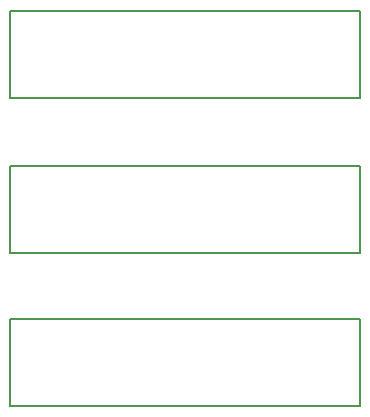
<source format=gbr>
%TF.GenerationSoftware,KiCad,Pcbnew,(5.1.9)-1*%
%TF.CreationDate,2021-08-06T17:39:50-06:00*%
%TF.ProjectId,VacuumFeedThruHDMI,56616375-756d-4466-9565-645468727548,rev?*%
%TF.SameCoordinates,Original*%
%TF.FileFunction,Other,User*%
%FSLAX46Y46*%
G04 Gerber Fmt 4.6, Leading zero omitted, Abs format (unit mm)*
G04 Created by KiCad (PCBNEW (5.1.9)-1) date 2021-08-06 17:39:50*
%MOMM*%
%LPD*%
G01*
G04 APERTURE LIST*
%ADD10C,0.150000*%
G04 APERTURE END LIST*
D10*
%TO.C,J3*%
X-14850000Y-9875000D02*
X14850000Y-9875000D01*
X14850000Y-9875000D02*
X14850000Y-17225000D01*
X14850000Y-17225000D02*
X-14850000Y-17225000D01*
X-14850000Y-17225000D02*
X-14850000Y-9875000D01*
%TO.C,J2*%
X-14850000Y3125000D02*
X14850000Y3125000D01*
X14850000Y3125000D02*
X14850000Y-4225000D01*
X14850000Y-4225000D02*
X-14850000Y-4225000D01*
X-14850000Y-4225000D02*
X-14850000Y3125000D01*
%TO.C,J1*%
X-14850000Y16225000D02*
X14850000Y16225000D01*
X14850000Y16225000D02*
X14850000Y8875000D01*
X14850000Y8875000D02*
X-14850000Y8875000D01*
X-14850000Y8875000D02*
X-14850000Y16225000D01*
%TD*%
M02*

</source>
